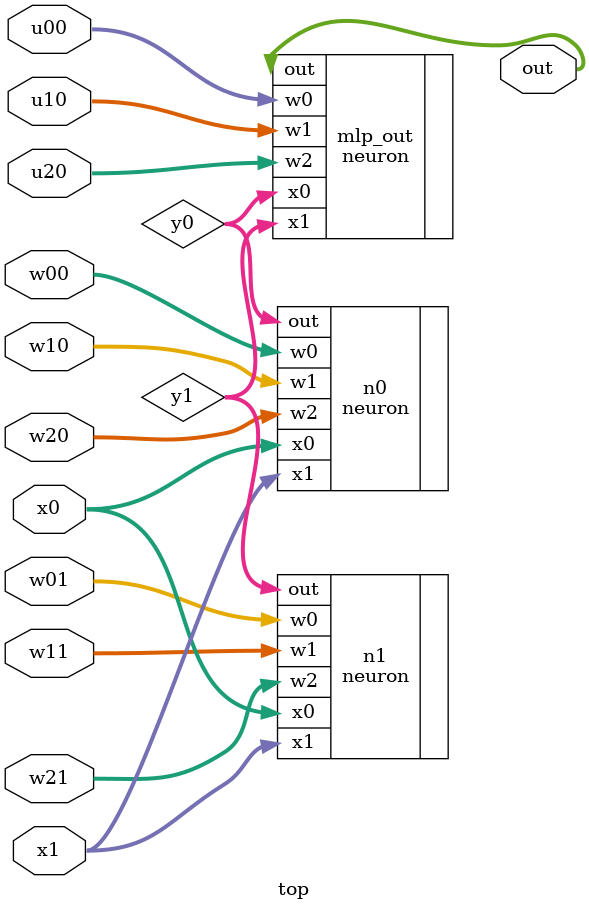
<source format=sv>
module top(
	input  [1:0] x0, x1, 
	input  [1:0] w00, w01, w10, w11, w20, w21, 
	input  [1:0] u00, u10, u20, 
	output [1:0] out
);

// Implementation of an MLP module
wire [3:0] y0, y1;

// Neuron 0
neuron n0(.x0(x0), .x1(x1), .w0(w00), .w1(w10), .w2(w20), .out(y0));

// Neuron 1
neuron n1(.x0(x0), .x1(x1), .w0(w01), .w1(w11), .w2(w21), .out(y1));

// Neuron Out
neuron mlp_out(.x0(y0), .x1(y1), .w0(u00), .w1(u10), .w2(u20), .out(out));

endmodule

</source>
